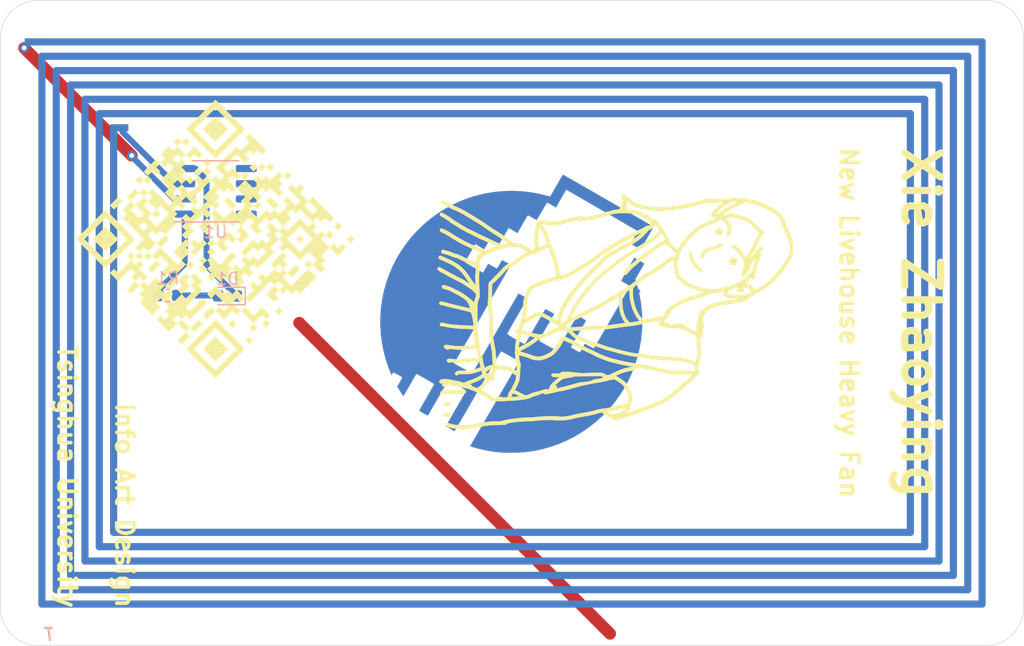
<source format=kicad_pcb>
(kicad_pcb (version 20171130) (host pcbnew "(5.1.9)-1")
  (layers (0 F.Cu signal) (31 B.Cu signal) (34 B.Paste user) (35 F.Paste user) (36 B.SilkS user) (37 F.SilkS user) (38 B.Mask user) (39 F.Mask user) (44 Edge.Cuts user))
  (net 0 "")
  (net 1 "Net-(AE1-Pad2)")
  (net 2 GND)
  (net 3 "Net-(D1-Pad2)")
  (net 4 +3V3)
  (net 5 "Net-(AE1-Pad1)")
  (net 6 "Net-(U1-Pad8)")
  (net 7 "Net-(U1-Pad7)")
  (net 8 "Net-(U1-Pad6)")
  (net 9 "Net-(U1-Pad5)")
  (module Avatars:12谢朝莹 (layer F.Cu) (at 153.3 69.14 270)
    (fp_text reference G*** hide)
    (fp_text value LOGO hide)
  )
  (module Card:FutureInteractionDisconnect (layer B.Cu) (at 142.8 73.01)
    (fp_text reference G*** hide)
    (fp_text value LOGO hide)
    (fp_poly (pts (xy 0.476798 10.843159) (xy 0.984689 10.811521) (xy 1.474558 10.756716) (xy 1.960792 10.677047) (xy 2.457777 10.570817) (xy 2.578206 10.541687) (xy 3.286119 10.341214) (xy 3.97344 10.095386) (xy 4.638474 9.805974) (xy 5.279524 9.474753) (xy 5.894894 9.103496) (xy 6.482888 8.693976) (xy 7.04181 8.247968) (xy 7.569964 7.767244) (xy 8.065655 7.253579) (xy 8.527185 6.708745) (xy 8.952859 6.134517) (xy 9.340981 5.532667) (xy 9.689855 4.90497) (xy 9.997785 4.253199) (xy 10.263075 3.579127) (xy 10.484028 2.884529) (xy 10.658949 2.171177) (xy 10.67963 2.0701) (xy 10.801638 1.330457) (xy 10.873378 0.58695) (xy 10.894846 -0.158117) (xy 10.866035 -0.902439) (xy 10.78694 -1.643714) (xy 10.690058 -2.219732) (xy 10.635958 -2.496365) (xy 10.687195 -2.601827) (xy 10.738433 -2.707288) (xy 10.642725 -2.76237) (xy 10.57361 -2.813266) (xy 10.538395 -2.874747) (xy 10.529264 -2.912089) (xy 10.51508 -2.972243) (xy 10.489173 -3.068151) (xy 10.455095 -3.187118) (xy 10.416403 -3.316451) (xy 10.412243 -3.330031) (xy 10.312976 -3.653336) (xy 10.692223 -4.309184) (xy 11.071471 -4.965031) (xy 10.964985 -5.030828) (xy 10.903142 -5.068253) (xy 10.809179 -5.124154) (xy 10.694928 -5.191533) (xy 10.57222 -5.263392) (xy 10.547784 -5.277639) (xy 10.237069 -5.458652) (xy 10.137689 -5.288376) (xy 9.967675 -4.996343) (xy 9.808924 -4.722203) (xy 9.66303 -4.468783) (xy 9.531585 -4.23891) (xy 9.416183 -4.03541) (xy 9.318418 -3.861108) (xy 9.239884 -3.718833) (xy 9.182173 -3.61141) (xy 9.146879 -3.541665) (xy 9.135596 -3.512425) (xy 9.136046 -3.511716) (xy 9.164063 -3.496979) (xy 9.227852 -3.461062) (xy 9.3194 -3.408548) (xy 9.430696 -3.344018) (xy 9.4996 -3.303792) (xy 9.637811 -3.221258) (xy 9.735593 -3.15862) (xy 9.797636 -3.112437) (xy 9.828633 -3.079266) (xy 9.834027 -3.058465) (xy 9.820177 -3.029499) (xy 9.782837 -2.960241) (xy 9.723931 -2.854025) (xy 9.645384 -2.714183) (xy 9.549119 -2.544049) (xy 9.437062 -2.346956) (xy 9.311138 -2.126238) (xy 9.173271 -1.885229) (xy 9.025385 -1.62726) (xy 8.869405 -1.355667) (xy 8.707256 -1.073782) (xy 8.540863 -0.784938) (xy 8.372149 -0.49247) (xy 8.20304 -0.199709) (xy 8.03546 0.090009) (xy 7.871334 0.373352) (xy 7.712586 0.646987) (xy 7.561141 0.907579) (xy 7.418924 1.151796) (xy 7.287859 1.376305) (xy 7.16987 1.577771) (xy 7.066883 1.752862) (xy 6.980822 1.898244) (xy 6.913611 2.010584) (xy 6.867176 2.086548) (xy 6.84344 2.122803) (xy 6.840974 2.125466) (xy 6.808278 2.117555) (xy 6.738414 2.0862) (xy 6.637449 2.034628) (xy 6.511448 1.966064) (xy 6.36648 1.883737) (xy 6.208612 1.790872) (xy 6.183242 1.77566) (xy 6.105384 1.728857) (xy 5.894063 2.096329) (xy 5.823088 2.218199) (xy 5.760368 2.322976) (xy 5.710386 2.403401) (xy 5.677625 2.452217) (xy 5.667121 2.463723) (xy 5.637825 2.451453) (xy 5.575043 2.418207) (xy 5.487566 2.36919) (xy 5.384183 2.309608) (xy 5.273686 2.244664) (xy 5.164865 2.179564) (xy 5.066509 2.119512) (xy 4.98741 2.069714) (xy 4.936358 2.035373) (xy 4.92158 2.02229) (xy 4.933833 1.99713) (xy 4.969152 1.932263) (xy 5.025133 1.83193) (xy 5.09937 1.700376) (xy 5.189458 1.541844) (xy 5.29299 1.360577) (xy 5.407561 1.160818) (xy 5.530766 0.946812) (xy 5.55997 0.896198) (xy 5.684526 0.680078) (xy 5.80079 0.477699) (xy 5.906391 0.293234) (xy 5.998957 0.130856) (xy 6.076116 -0.00526) (xy 6.135498 -0.110942) (xy 6.17473 -0.182016) (xy 6.191441 -0.214307) (xy 6.191837 -0.215823) (xy 6.169285 -0.229211) (xy 6.111795 -0.262713) (xy 6.028445 -0.311082) (xy 5.928313 -0.369071) (xy 5.820475 -0.43143) (xy 5.714011 -0.492914) (xy 5.617997 -0.548273) (xy 5.541511 -0.592261) (xy 5.493632 -0.61963) (xy 5.483312 -0.625412) (xy 5.468283 -0.605464) (xy 5.430101 -0.545036) (xy 5.370888 -0.447717) (xy 5.292762 -0.317094) (xy 5.197843 -0.156756) (xy 5.088252 0.029711) (xy 4.966108 0.238716) (xy 4.833532 0.466674) (xy 4.692643 0.709995) (xy 4.622009 0.832368) (xy 4.477601 1.082663) (xy 4.340473 1.320067) (xy 4.212756 1.540903) (xy 4.096585 1.741495) (xy 3.994093 1.918167) (xy 3.907414 2.067243) (xy 3.838682 2.185046) (xy 3.790029 2.267902) (xy 3.76359 2.312132) (xy 3.759448 2.318529) (xy 3.735327 2.310133) (xy 3.673365 2.28003) (xy 3.579841 2.231692) (xy 3.461036 2.168593) (xy 3.32323 2.094204) (xy 3.172702 2.011998) (xy 3.015732 1.925448) (xy 2.858599 1.838025) (xy 2.707584 1.753204) (xy 2.568966 1.674455) (xy 2.449025 1.605252) (xy 2.354041 1.549067) (xy 2.290293 1.509373) (xy 2.268843 1.494271) (xy 2.266979 1.47259) (xy 2.284275 1.423159) (xy 2.32229 1.342886) (xy 2.382584 1.228679) (xy 2.466716 1.07745) (xy 2.571794 0.893812) (xy 2.685372 0.697133) (xy 2.81263 0.476767) (xy 2.944466 0.248473) (xy 3.071782 0.028007) (xy 3.185479 -0.168875) (xy 3.215098 -0.220164) (xy 3.525594 -0.757828) (xy 3.167325 -0.963385) (xy 3.0277 -1.042281) (xy 2.925374 -1.096862) (xy 2.854557 -1.129721) (xy 2.809459 -1.14345) (xy 2.784291 -1.140642) (xy 2.779722 -1.13692) (xy 2.762251 -1.109847) (xy 2.721702 -1.042493) (xy 2.660279 -0.938641) (xy 2.580188 -0.802073) (xy 2.483633 -0.63657) (xy 2.372819 -0.445915) (xy 2.249951 -0.233888) (xy 2.117234 -0.004271) (xy 1.976872 0.239154) (xy 1.931765 0.3175) (xy 1.789487 0.564379) (xy 1.654156 0.798552) (xy 1.527975 1.016246) (xy 1.41315 1.21369) (xy 1.311885 1.387112) (xy 1.226383 1.53274) (xy 1.158849 1.646802) (xy 1.111487 1.725526) (xy 1.086501 1.76514) (xy 1.083621 1.768911) (xy 1.054992 1.764093) (xy 0.989356 1.736223) (xy 0.892961 1.688891) (xy 0.772051 1.625688) (xy 0.632874 1.550206) (xy 0.481675 1.466035) (xy 0.324701 1.376766) (xy 0.168198 1.285989) (xy 0.018412 1.197296) (xy -0.118411 1.114277) (xy -0.236023 1.040523) (xy -0.32818 0.979625) (xy -0.388635 0.935174) (xy -0.411141 0.91076) (xy -0.411087 0.909645) (xy -0.397314 0.882444) (xy -0.360221 0.815008) (xy -0.301931 0.711067) (xy -0.22457 0.574353) (xy -0.130263 0.408597) (xy -0.021134 0.217531) (xy 0.100691 0.004887) (xy 0.233087 -0.225605) (xy 0.37393 -0.470213) (xy 0.435504 -0.576974) (xy 0.578763 -0.825951) (xy 0.713878 -1.062143) (xy 0.838786 -1.281859) (xy 0.951428 -1.481408) (xy 1.049742 -1.657099) (xy 1.131668 -1.805241) (xy 1.195145 -1.922143) (xy 1.238112 -2.004114) (xy 1.258508 -2.047464) (xy 1.259813 -2.053333) (xy 1.230636 -2.078021) (xy 1.167549 -2.119077) (xy 1.07968 -2.171534) (xy 0.976157 -2.23043) (xy 0.866109 -2.290799) (xy 0.758664 -2.347679) (xy 0.66295 -2.396104) (xy 0.588097 -2.43111) (xy 0.543232 -2.447734) (xy 0.534867 -2.447568) (xy 0.520172 -2.423431) (xy 0.481517 -2.3577) (xy 0.420304 -2.252797) (xy 0.337934 -2.111144) (xy 0.235808 -1.935163) (xy 0.115329 -1.727276) (xy -0.022102 -1.489904) (xy -0.175083 -1.225471) (xy -0.342214 -0.936399) (xy -0.522091 -0.625108) (xy -0.713315 -0.294021) (xy -0.914482 0.054439) (xy -1.124192 0.417851) (xy -1.341043 0.793792) (xy -1.395948 0.889) (xy -1.614299 1.26758) (xy -1.825822 1.634169) (xy -2.02912 1.986351) (xy -2.222792 2.321708) (xy -2.405442 2.637825) (xy -2.575668 2.932284) (xy -2.732075 3.202668) (xy -2.873262 3.446561) (xy -2.99783 3.661546) (xy -3.104383 3.845206) (xy -3.19152 3.995124) (xy -3.257843 4.108884) (xy -3.301953 4.184069) (xy -3.322453 4.218262) (xy -3.323727 4.220125) (xy -3.347562 4.21091) (xy -3.409249 4.179884) (xy -3.502578 4.13052) (xy -3.62134 4.066293) (xy -3.759327 3.990676) (xy -3.910329 3.907143) (xy -4.068139 3.819169) (xy -4.226546 3.730228) (xy -4.379343 3.643793) (xy -4.520319 3.563339) (xy -4.643268 3.492339) (xy -4.741979 3.434268) (xy -4.810243 3.392599) (xy -4.841853 3.370808) (xy -4.842135 3.370533) (xy -4.838087 3.343162) (xy -4.810259 3.29385) (xy -4.80401 3.284947) (xy -4.780083 3.247421) (xy -4.733048 3.169482) (xy -4.664429 3.053775) (xy -4.575747 2.902948) (xy -4.468526 2.719647) (xy -4.344288 2.506516) (xy -4.204555 2.266204) (xy -4.05085 2.001354) (xy -3.884696 1.714615) (xy -3.707615 1.408631) (xy -3.52113 1.086049) (xy -3.326763 0.749515) (xy -3.126037 0.401675) (xy -2.920474 0.045176) (xy -2.711598 -0.317338) (xy -2.50093 -0.683219) (xy -2.289994 -1.049821) (xy -2.080311 -1.414499) (xy -1.873405 -1.774607) (xy -1.670798 -2.127497) (xy -1.474012 -2.470525) (xy -1.28457 -2.801044) (xy -1.103995 -3.116407) (xy -0.93381 -3.41397) (xy -0.775536 -3.691085) (xy -0.630696 -3.945107) (xy -0.500814 -4.173389) (xy -0.387411 -4.373286) (xy -0.29201 -4.542152) (xy -0.216134 -4.677339) (xy -0.161306 -4.776203) (xy -0.129047 -4.836097) (xy -0.12055 -4.854481) (xy -0.148094 -4.872927) (xy -0.20966 -4.910308) (xy -0.296 -4.96131) (xy -0.397867 -5.020616) (xy -0.506014 -5.08291) (xy -0.611194 -5.142878) (xy -0.70416 -5.195204) (xy -0.775665 -5.234572) (xy -0.816461 -5.255667) (xy -0.822178 -5.2578) (xy -0.838059 -5.236966) (xy -0.874508 -5.179447) (xy -0.926976 -5.092712) (xy -0.990913 -4.984229) (xy -1.032724 -4.912095) (xy -1.102552 -4.79303) (xy -1.165122 -4.690318) (xy -1.215493 -4.611763) (xy -1.248727 -4.565171) (xy -1.258171 -4.55588) (xy -1.288054 -4.564389) (xy -1.35364 -4.59469) (xy -1.446906 -4.642711) (xy -1.559832 -4.70438) (xy -1.637655 -4.748519) (xy -1.990869 -4.951668) (xy -2.149317 -4.679284) (xy -2.217631 -4.562121) (xy -2.283393 -4.449812) (xy -2.338709 -4.355815) (xy -2.373162 -4.297784) (xy -2.438558 -4.188668) (xy -2.546429 -4.262275) (xy -2.597072 -4.294445) (xy -2.684832 -4.3476) (xy -2.80268 -4.417593) (xy -2.943589 -4.500277) (xy -3.100528 -4.591503) (xy -3.2639 -4.68565) (xy -3.424814 -4.778382) (xy -3.572138 -4.864052) (xy -3.699845 -4.939097) (xy -3.80191 -4.999949) (xy -3.872307 -5.043043) (xy -3.90501 -5.064814) (xy -3.905734 -5.065449) (xy -3.910202 -5.082339) (xy -3.901796 -5.116628) (xy -3.878477 -5.17232) (xy -3.838203 -5.25342) (xy -3.778934 -5.363933) (xy -3.698629 -5.507865) (xy -3.595247 -5.68922) (xy -3.531084 -5.800695) (xy -3.432139 -5.972688) (xy -3.341858 -6.130582) (xy -3.263264 -6.269015) (xy -3.19938 -6.382622) (xy -3.153231 -6.466041) (xy -3.127838 -6.513907) (xy -3.123812 -6.523205) (xy -3.111402 -6.557575) (xy -3.100951 -6.57599) (xy -3.080344 -6.590961) (xy -3.043599 -6.583451) (xy -2.980525 -6.550329) (xy -2.942589 -6.52732) (xy -2.749686 -6.408294) (xy -2.597127 -6.315195) (xy -2.482465 -6.246571) (xy -2.403252 -6.200974) (xy -2.357039 -6.176953) (xy -2.343024 -6.1722) (xy -2.324092 -6.193152) (xy -2.285107 -6.251056) (xy -2.230736 -6.338485) (xy -2.165646 -6.448011) (xy -2.120011 -6.527164) (xy -2.050271 -6.647126) (xy -1.987949 -6.749842) (xy -1.937776 -6.827859) (xy -1.904486 -6.873724) (xy -1.894188 -6.882764) (xy -1.865233 -6.870804) (xy -1.800524 -6.837362) (xy -1.708056 -6.786776) (xy -1.595824 -6.723386) (xy -1.520929 -6.6802) (xy -1.401491 -6.611244) (xy -1.297982 -6.552313) (xy -1.218106 -6.507727) (xy -1.169566 -6.481804) (xy -1.158573 -6.477) (xy -1.141528 -6.497567) (xy -1.104805 -6.553403) (xy -1.053996 -6.635708) (xy -1.001138 -6.72465) (xy -0.943078 -6.823665) (xy -0.865712 -6.955218) (xy -0.775624 -7.108136) (xy -0.679395 -7.271248) (xy -0.583609 -7.433381) (xy -0.567759 -7.460184) (xy -0.279207 -7.948068) (xy 0.455887 -7.523734) (xy 0.866825 -8.238617) (xy 0.967402 -8.413009) (xy 1.060911 -8.574047) (xy 1.144103 -8.716219) (xy 1.213727 -8.834015) (xy 1.266536 -8.921926) (xy 1.299281 -8.974441) (xy 1.307807 -8.986519) (xy 1.327383 -8.994683) (xy 1.363309 -8.987875) (xy 1.421643 -8.963388) (xy 1.508445 -8.918513) (xy 1.629772 -8.850544) (xy 1.691276 -8.815157) (xy 1.811773 -8.746037) (xy 1.916721 -8.6869) (xy 1.998341 -8.642044) (xy 2.048855 -8.615768) (xy 2.061268 -8.610688) (xy 2.077453 -8.631871) (xy 2.115688 -8.692012) (xy 2.172874 -8.78593) (xy 2.245914 -8.908443) (xy 2.331708 -9.054371) (xy 2.427158 -9.218533) (xy 2.490374 -9.32815) (xy 2.590527 -9.502048) (xy 2.682946 -9.661936) (xy 2.764507 -9.802454) (xy 2.832086 -9.918243) (xy 2.88256 -10.003945) (xy 2.912803 -10.054199) (xy 2.919983 -10.065158) (xy 2.946486 -10.059565) (xy 3.009077 -10.031782) (xy 3.100194 -9.985601) (xy 3.212271 -9.924811) (xy 3.304985 -9.872229) (xy 3.672914 -9.659841) (xy 4.531862 -11.148983) (xy 4.647181 -11.084657) (xy 4.745495 -11.029327) (xy 4.878742 -10.953582) (xy 5.043824 -10.85922) (xy 5.237643 -10.74804) (xy 5.4571 -10.62184) (xy 5.699097 -10.482418) (xy 5.960536 -10.331574) (xy 6.238318 -10.171106) (xy 6.529346 -10.002811) (xy 6.830521 -9.82849) (xy 7.138744 -9.64994) (xy 7.450919 -9.468959) (xy 7.763945 -9.287347) (xy 8.074726 -9.106902) (xy 8.380163 -8.929423) (xy 8.677157 -8.756707) (xy 8.962611 -8.590554) (xy 9.233426 -8.432762) (xy 9.486504 -8.28513) (xy 9.718747 -8.149456) (xy 9.927056 -8.027539) (xy 10.108334 -7.921176) (xy 10.259481 -7.832168) (xy 10.377401 -7.762312) (xy 10.458993 -7.713406) (xy 10.501161 -7.68725) (xy 10.506485 -7.683316) (xy 10.497286 -7.654357) (xy 10.46572 -7.588192) (xy 10.415246 -7.49136) (xy 10.349323 -7.3704) (xy 10.271409 -7.231851) (xy 10.224413 -7.150028) (xy 10.141958 -7.005108) (xy 10.070332 -6.874558) (xy 10.012842 -6.7648) (xy 9.972795 -6.682257) (xy 9.9535 -6.63335) (xy 9.953021 -6.623018) (xy 9.980019 -6.604656) (xy 10.041235 -6.567003) (xy 10.128288 -6.514927) (xy 10.232797 -6.453294) (xy 10.346382 -6.386968) (xy 10.460661 -6.320818) (xy 10.567255 -6.259708) (xy 10.657782 -6.208505) (xy 10.723862 -6.172076) (xy 10.757113 -6.155285) (xy 10.759427 -6.154793) (xy 10.772426 -6.177069) (xy 10.808159 -6.238814) (xy 10.864001 -6.335479) (xy 10.937327 -6.462514) (xy 11.025512 -6.615372) (xy 11.12593 -6.789503) (xy 11.235957 -6.980358) (xy 11.302268 -7.095411) (xy 11.424496 -7.308908) (xy 11.534096 -7.503137) (xy 11.62898 -7.674229) (xy 11.707058 -7.818311) (xy 11.766244 -7.931512) (xy 11.804449 -8.009962) (xy 11.819584 -8.049789) (xy 11.819201 -8.053758) (xy 11.793341 -8.070444) (xy 11.726342 -8.110703) (xy 11.620964 -8.172945) (xy 11.479967 -8.255581) (xy 11.306114 -8.35702) (xy 11.102164 -8.475674) (xy 10.870878 -8.609951) (xy 10.615018 -8.758263) (xy 10.337343 -8.91902) (xy 10.040614 -9.090632) (xy 9.727593 -9.27151) (xy 9.40104 -9.460063) (xy 9.063716 -9.654702) (xy 8.718381 -9.853837) (xy 8.367797 -10.055878) (xy 8.014724 -10.259236) (xy 7.661922 -10.462322) (xy 7.312153 -10.663544) (xy 6.968178 -10.861314) (xy 6.632756 -11.054042) (xy 6.30865 -11.240138) (xy 5.998619 -11.418012) (xy 5.705424 -11.586075) (xy 5.431827 -11.742737) (xy 5.180587 -11.886409) (xy 4.954466 -12.015499) (xy 4.756225 -12.12842) (xy 4.588623 -12.22358) (xy 4.454423 -12.299391) (xy 4.356384 -12.354262) (xy 4.297268 -12.386604) (xy 4.279741 -12.3952) (xy 4.250856 -12.374613) (xy 4.20655 -12.320076) (xy 4.155381 -12.242424) (xy 4.144306 -12.22375) (xy 4.10714 -12.159655) (xy 4.048542 -12.058342) (xy 3.972437 -11.92661) (xy 3.882752 -11.771259) (xy 3.783412 -11.599088) (xy 3.678343 -11.416897) (xy 3.620006 -11.3157) (xy 3.518863 -11.140318) (xy 3.426042 -10.979555) (xy 3.344523 -10.838554) (xy 3.277283 -10.722459) (xy 3.227302 -10.636417) (xy 3.197559 -10.58557) (xy 3.190352 -10.573648) (xy 3.16546 -10.578053) (xy 3.100997 -10.593975) (xy 3.006248 -10.619014) (xy 2.890498 -10.650768) (xy 2.868982 -10.656778) (xy 2.179465 -10.824098) (xy 1.473229 -10.945348) (xy 0.755268 -11.020388) (xy 0.030576 -11.049075) (xy -0.695852 -11.031266) (xy -1.419022 -10.966818) (xy -2.13394 -10.85559) (xy -2.377149 -10.806469) (xy -3.091019 -10.628093) (xy -3.78564 -10.403717) (xy -4.459279 -10.135027) (xy -5.110204 -9.823706) (xy -5.73668 -9.47144) (xy -6.336975 -9.079914) (xy -6.909355 -8.650813) (xy -7.452089 -8.185823) (xy -7.963441 -7.686626) (xy -8.44168 -7.15491) (xy -8.885073 -6.592358) (xy -9.291885 -6.000657) (xy -9.660384 -5.381489) (xy -9.988838 -4.736542) (xy -10.275512 -4.067499) (xy -10.518674 -3.376045) (xy -10.705417 -2.709609) (xy -10.855206 -1.996713) (xy -10.956265 -1.273971) (xy -11.008864 -0.544935) (xy -11.013276 0.186843) (xy -10.96977 0.917811) (xy -10.878618 1.644416) (xy -10.740092 2.363108) (xy -10.554461 3.070334) (xy -10.321997 3.762541) (xy -10.185078 4.109643) (xy -10.07652 4.371185) (xy -10.014684 4.26232) (xy -9.973392 4.195385) (xy -9.938334 4.148296) (xy -9.926474 4.137155) (xy -9.897913 4.144185) (xy -9.834872 4.172127) (xy -9.746552 4.215965) (xy -9.642155 4.270678) (xy -9.530883 4.331248) (xy -9.421938 4.392656) (xy -9.324521 4.449883) (xy -9.247835 4.497909) (xy -9.201081 4.531717) (xy -9.198038 4.534467) (xy -9.188641 4.552931) (xy -9.192238 4.584273) (xy -9.211619 4.634749) (xy -9.249572 4.710616) (xy -9.30889 4.818128) (xy -9.379424 4.941202) (xy -9.595673 5.315065) (xy -9.542201 5.407083) (xy -9.495868 5.484434) (xy -9.433425 5.585479) (xy -9.362038 5.698978) (xy -9.288871 5.813695) (xy -9.22109 5.918392) (xy -9.16586 6.001832) (xy -9.1313 6.051501) (xy -9.0805 6.119745) (xy -8.560943 5.216605) (xy -8.447866 5.020317) (xy -8.341986 4.837045) (xy -8.246126 4.671634) (xy -8.163107 4.52893) (xy -8.09575 4.41378) (xy -8.046879 4.33103) (xy -8.019314 4.285524) (xy -8.014843 4.27878) (xy -7.999627 4.273543) (xy -7.967701 4.280546) (xy -7.915107 4.30179) (xy -7.837885 4.339275) (xy -7.732077 4.395003) (xy -7.593726 4.470975) (xy -7.418872 4.569192) (xy -7.24535 4.667806) (xy -7.069041 4.768995) (xy -6.907678 4.862832) (xy -6.766374 4.946249) (xy -6.650242 5.016177) (xy -6.564394 5.069546) (xy -6.513942 5.103289) (xy -6.5024 5.113779) (xy -6.514744 5.139551) (xy -6.550146 5.204943) (xy -6.606162 5.305639) (xy -6.68035 5.437321) (xy -6.770267 5.595674) (xy -6.873469 5.776382) (xy -6.987512 5.975129) (xy -7.109955 6.187599) (xy -7.124863 6.213408) (xy -7.248334 6.427429) (xy -7.363912 6.628381) (xy -7.469126 6.811922) (xy -7.561504 6.973712) (xy -7.638573 7.109408) (xy -7.697861 7.214669) (xy -7.736897 7.285154) (xy -7.753209 7.316522) (xy -7.753513 7.317416) (xy -7.734805 7.33856) (xy -7.679116 7.379844) (xy -7.593686 7.436403) (xy -7.485756 7.503373) (xy -7.407105 7.550102) (xy -7.273259 7.627504) (xy -7.176164 7.68116) (xy -7.109295 7.713926) (xy -7.066124 7.728655) (xy -7.040125 7.728203) (xy -7.025798 7.716885) (xy -7.008417 7.68856) (xy -6.967898 7.620001) (xy -6.906444 7.515003) (xy -6.826258 7.377358) (xy -6.729543 7.210863) (xy -6.618502 7.01931) (xy -6.495339 6.806494) (xy -6.362256 6.576208) (xy -6.221456 6.332248) (xy -6.17358 6.249223) (xy -6.030885 6.002351) (xy -5.895079 5.768628) (xy -5.768362 5.551761) (xy -5.652934 5.355458) (xy -5.550995 5.183424) (xy -5.464744 5.039367) (xy -5.396382 4.926994) (xy -5.348109 4.850011) (xy -5.322124 4.812126) (xy -5.31873 4.8088) (xy -5.291092 4.818252) (xy -5.22652 4.849717) (xy -5.131197 4.899669) (xy -5.011306 4.964584) (xy -4.873028 5.040937) (xy -4.722548 5.125203) (xy -4.566048 5.213858) (xy -4.40971 5.303377) (xy -4.259718 5.390236) (xy -4.122254 5.470909) (xy -4.0035 5.541872) (xy -3.90964 5.599601) (xy -3.846857 5.64057) (xy -3.821332 5.661255) (xy -3.821163 5.662539) (xy -3.834986 5.686479) (xy -3.872027 5.750678) (xy -3.930125 5.851386) (xy -4.007118 5.984856) (xy -4.100845 6.147341) (xy -4.209143 6.335093) (xy -4.329851 6.544364) (xy -4.460806 6.771406) (xy -4.599848 7.012472) (xy -4.635278 7.0739) (xy -4.777342 7.320144) (xy -4.912933 7.555043) (xy -5.039747 7.774611) (xy -5.155478 7.974864) (xy -5.257823 8.151818) (xy -5.344476 8.301489) (xy -5.413132 8.419891) (xy -5.461488 8.503041) (xy -5.487237 8.546954) (xy -5.489459 8.550657) (xy -5.537891 8.630414) (xy -5.183336 8.836407) (xy -5.062378 8.905981) (xy -4.95657 8.965514) (xy -4.873764 9.010693) (xy -4.821815 9.037205) (xy -4.808341 9.042384) (xy -4.793541 9.02077) (xy -4.754785 8.957527) (xy -4.693468 8.855046) (xy -4.610985 8.715719) (xy -4.508733 8.54194) (xy -4.388107 8.3361) (xy -4.250502 8.100592) (xy -4.097313 7.837807) (xy -3.929938 7.550139) (xy -3.74977 7.239978) (xy -3.558205 6.909718) (xy -3.35664 6.56175) (xy -3.146469 6.198467) (xy -2.929089 5.822261) (xy -2.859819 5.702284) (xy -2.640444 5.322512) (xy -2.427811 4.954916) (xy -2.223316 4.601889) (xy -2.028357 4.265822) (xy -1.844333 3.949108) (xy -1.67264 3.65414) (xy -1.514676 3.38331) (xy -1.371838 3.139011) (xy -1.245525 2.923634) (xy -1.137133 2.739574) (xy -1.048061 2.589221) (xy -0.979706 2.474969) (xy -0.933465 2.39921) (xy -0.910737 2.364336) (xy -0.908677 2.3622) (xy -0.883983 2.374197) (xy -0.821417 2.407837) (xy -0.727235 2.459595) (xy -0.607691 2.525945) (xy -0.469041 2.603361) (xy -0.317539 2.688318) (xy -0.159441 2.77729) (xy -0.001002 2.866752) (xy 0.151523 2.953178) (xy 0.291879 3.033042) (xy 0.413811 3.102819) (xy 0.511064 3.158982) (xy 0.577382 3.198008) (xy 0.605815 3.21583) (xy 0.597824 3.238062) (xy 0.567109 3.28585) (xy 0.55202 3.306682) (xy 0.533848 3.33594) (xy 0.491753 3.406662) (xy 0.427202 3.516313) (xy 0.341664 3.662358) (xy 0.236609 3.842263) (xy 0.113506 4.053493) (xy -0.026177 4.293515) (xy -0.180972 4.559792) (xy -0.349408 4.849792) (xy -0.530017 5.160979) (xy -0.72133 5.490818) (xy -0.921879 5.836776) (xy -1.130194 6.196318) (xy -1.344806 6.566908) (xy -1.564248 6.946013) (xy -1.787048 7.331099) (xy -2.01174 7.71963) (xy -2.236854 8.109072) (xy -2.46092 8.49689) (xy -2.682471 8.880551) (xy -2.900037 9.257518) (xy -3.112149 9.625259) (xy -3.317339 9.981238) (xy -3.496308 10.291954) (xy -3.479985 10.309903) (xy -3.420145 10.336587) (xy -3.323004 10.370372) (xy -3.194775 10.409626) (xy -3.041674 10.452715) (xy -2.869914 10.498006) (xy -2.685711 10.543866) (xy -2.495278 10.588661) (xy -2.30483 10.63076) (xy -2.120582 10.668528) (xy -1.948748 10.700332) (xy -1.9304 10.703476) (xy -1.598835 10.755753) (xy -1.288473 10.795474) (xy -0.984184 10.823852) (xy -0.670839 10.842104) (xy -0.333305 10.851442) (xy -0.0635 10.853328) (xy 0.476798 10.843159)) (layer B.Cu) (width 0.01))
  )
  (module Card:interact.cool (layer F.Cu) (at 118 66 45)
    (fp_text reference QR hide)
    (fp_text value https://interact.cool/ hide)
  )
  (module Card:NFC-Antenna_6_79.24x47.62_0.6x0.6mm (layer B.Cu) (at 142.8 73.01)
    (fp_text reference AE1 hide)
    (fp_text value Antenna_Loop)
    (fp_line (start -39.32 -23.51) (end 39.32 -23.51) (layer B.Cu) (width 0.6))
    (fp_line (start 39.32 -23.51) (end 39.32 23.51) (layer B.Cu) (width 0.6))
    (fp_line (start 39.32 23.51) (end -39.32 23.51) (layer B.Cu) (width 0.6))
    (fp_line (start -39.32 23.51) (end -39.32 -22.31) (layer B.Cu) (width 0.6))
    (fp_line (start -39.32 -22.31) (end 38.12 -22.31) (layer B.Cu) (width 0.6))
    (fp_line (start 38.12 -22.31) (end 38.12 22.31) (layer B.Cu) (width 0.6))
    (fp_line (start 38.12 22.31) (end -38.12 22.31) (layer B.Cu) (width 0.6))
    (fp_line (start -38.12 22.31) (end -38.12 -21.11) (layer B.Cu) (width 0.6))
    (fp_line (start -38.12 -21.11) (end 36.92 -21.11) (layer B.Cu) (width 0.6))
    (fp_line (start 36.92 -21.11) (end 36.92 21.11) (layer B.Cu) (width 0.6))
    (fp_line (start 36.92 21.11) (end -36.92 21.11) (layer B.Cu) (width 0.6))
    (fp_line (start -36.92 21.11) (end -36.92 -19.91) (layer B.Cu) (width 0.6))
    (fp_line (start -36.92 -19.91) (end 35.72 -19.91) (layer B.Cu) (width 0.6))
    (fp_line (start 35.72 -19.91) (end 35.72 19.91) (layer B.Cu) (width 0.6))
    (fp_line (start 35.72 19.91) (end -35.72 19.91) (layer B.Cu) (width 0.6))
    (fp_line (start -35.72 19.91) (end -35.72 -18.71) (layer B.Cu) (width 0.6))
    (fp_line (start -35.72 -18.71) (end 34.52 -18.71) (layer B.Cu) (width 0.6))
    (fp_line (start 34.52 -18.71) (end 34.52 18.71) (layer B.Cu) (width 0.6))
    (fp_line (start 34.52 18.71) (end -34.52 18.71) (layer B.Cu) (width 0.6))
    (fp_line (start -34.52 18.71) (end -34.52 -17.51) (layer B.Cu) (width 0.6))
    (fp_line (start -34.52 -17.51) (end 33.32 -17.51) (layer B.Cu) (width 0.6))
    (fp_line (start 33.32 -17.51) (end 33.32 17.51) (layer B.Cu) (width 0.6))
    (fp_line (start 33.32 17.51) (end -33.32 17.51) (layer B.Cu) (width 0.6))
    (fp_line (start -33.32 17.51) (end -33.32 -16.31) (layer B.Cu) (width 0.6))
    (pad 2 smd rect (at -40 -23.51) (size 1.524 0.6) (layers B.Cu) (net 1 "Net-(AE1-Pad2)"))
    (pad 1 smd rect (at -32.85 -16.325) (size 1.524 0.6) (layers B.Cu) (net 5 "Net-(AE1-Pad1)"))
  )
  (module Package_SO:SO-8_3.9x4.9mm_P1.27mm (layer B.Cu) (at 118 62)
    (fp_text reference U1 (at 0 3.4) (layer B.SilkS) (effects (justify mirror)))
    (fp_text value M24LR04E-R)
    (pad 8 smd roundrect (at 2.575 1.905) (size 1.75 0.6) (layers B.Cu B.Paste B.Mask) (net 6 "Net-(U1-Pad8)"))
    (pad 7 smd roundrect (at 2.575 0.635) (size 1.75 0.6) (layers B.Cu B.Paste B.Mask) (net 7 "Net-(U1-Pad7)"))
    (pad 6 smd roundrect (at 2.575 -0.635) (size 1.75 0.6) (layers B.Cu B.Paste B.Mask) (net 8 "Net-(U1-Pad6)"))
    (pad 5 smd roundrect (at 2.575 -1.905) (size 1.75 0.6) (layers B.Cu B.Paste B.Mask) (net 9 "Net-(U1-Pad5)"))
    (pad 4 smd roundrect (at -2.575 -1.905) (size 1.75 0.6) (layers B.Cu B.Paste B.Mask) (net 2 GND))
    (pad 3 smd roundrect (at -2.575 -0.635) (size 1.75 0.6) (layers B.Cu B.Paste B.Mask) (net 5 "Net-(AE1-Pad1)"))
    (pad 2 smd roundrect (at -2.575 0.635) (size 1.75 0.6) (layers B.Cu B.Paste B.Mask) (net 1 "Net-(AE1-Pad2)"))
    (pad 1 smd roundrect (at -2.575 1.905) (size 1.75 0.6) (layers B.Cu B.Paste B.Mask) (net 4 +3V3))
  )
  (module Resistor_SMD:R_0603_1608Metric (layer B.Cu) (at 114 70.71 180)
    (fp_text reference R1 (at 0 1.43) (layer B.SilkS) (effects (justify mirror)))
    (fp_text value R)
    (pad 2 smd roundrect (at 0.7875 0 180) (size 0.875 0.95) (layers B.Cu B.Paste B.Mask) (net 4 +3V3))
    (pad 1 smd roundrect (at -0.7875 0 180) (size 0.875 0.95) (layers B.Cu B.Paste B.Mask) (net 3 "Net-(D1-Pad2)"))
  )
  (module LED_SMD:LED_0603_1608Metric (layer B.Cu) (at 119 70.75 180)
    (fp_text reference D1 (at 0 1.43) (layer B.SilkS) (effects (justify mirror)))
    (fp_text value LED)
    (pad 2 smd roundrect (at 0.7875 0 180) (size 0.875 0.95) (layers B.Cu B.Paste B.Mask) (net 3 "Net-(D1-Pad2)"))
    (pad 1 smd roundrect (at -0.7875 0 180) (size 0.875 0.95) (layers B.Cu B.Paste B.Mask) (net 2 GND))
  )
  (gr_text T (at 104.14 99.06) (layer B.SilkS) (effects (font (size 1 1) (thickness 0.2) italic) (justify mirror)))
  (gr_text "Info Art Design\n\nTsinghua University" (at 108 97 270) (layer F.SilkS) (effects (font (size 1.5 1.5) (thickness 0.3)) (justify right)))
  (gr_text "New Livehouse Heavy Fan" (at 171 73 -90) (layer F.SilkS) (effects (font (size 1.5 1.5) (thickness 0.3))))
  (gr_text "Xie Zhaoying" (at 177 73 -90) (layer F.SilkS) (effects (font (size 3 3) (thickness 0.6))))
  (gr_line (start 103.18 100) (end 182.42 100) (layer Edge.Cuts) (width 0.05))
  (gr_line (start 185.6 49.2) (end 185.6 96.82) (layer Edge.Cuts) (width 0.05))
  (gr_line (start 100 49.2) (end 100 96.82) (layer Edge.Cuts) (width 0.05))
  (gr_line (start 103.18 46.02) (end 182.42 46.02) (layer Edge.Cuts) (width 0.05))
  (gr_arc (start 103.18 49.2) (end 103.18 46.02) (angle -90) (layer Edge.Cuts) (width 0.05))
  (gr_arc (start 182.42 49.2) (end 185.6 49.2) (angle -90) (layer Edge.Cuts) (width 0.05))
  (gr_arc (start 103.18 96.82) (end 100 96.82) (angle -90) (layer Edge.Cuts) (width 0.05))
  (gr_arc (start 182.42 96.82) (end 182.42 100) (angle -90) (layer Edge.Cuts) (width 0.05))
  (segment (start 125 73) (end 151 99) (width 1) (layer F.Cu) (net 0))
  (via (at 110.991459 59.008541) (size 0.8) (drill 0.4) (layers F.Cu B.Cu) (net 1))
  (segment (start 110.991459 59.076459) (end 110.991459 59.008541) (width 0.5) (layer B.Cu) (net 1))
  (segment (start 115.425 62.635) (end 114.55 62.635) (width 0.5) (layer B.Cu) (net 1))
  (segment (start 114.55 62.635) (end 110.991459 59.076459) (width 0.5) (layer B.Cu) (net 1))
  (via (at 102 50) (size 0.8) (drill 0.4) (layers F.Cu B.Cu) (net 1))
  (segment (start 110.991459 59.008541) (end 102 50.017082) (width 1) (layer F.Cu) (net 1))
  (segment (start 102 50.017082) (end 102 50) (width 0.5) (layer F.Cu) (net 1))
  (segment (start 102.5 49.5) (end 102.72999 49.5) (width 0.5) (layer B.Cu) (net 1))
  (segment (start 102 50) (end 102.5 49.5) (width 0.5) (layer B.Cu) (net 1))
  (segment (start 116.3 60.095) (end 117.25 61.045) (width 0.5) (layer B.Cu) (net 2))
  (segment (start 115.425 60.095) (end 116.3 60.095) (width 0.5) (layer B.Cu) (net 2))
  (segment (start 117.25 68.2125) (end 119.7875 70.75) (width 0.5) (layer B.Cu) (net 2))
  (segment (start 117.25 61.045) (end 117.25 68.2125) (width 0.5) (layer B.Cu) (net 2))
  (segment (start 118.1725 70.71) (end 118.2125 70.75) (width 0.5) (layer B.Cu) (net 3))
  (segment (start 114.7875 70.71) (end 118.1725 70.71) (width 0.5) (layer B.Cu) (net 3))
  (segment (start 115.425 63.905) (end 115.425 68.075) (width 0.5) (layer B.Cu) (net 4))
  (segment (start 113.2125 70.2875) (end 113.2125 70.71) (width 0.5) (layer B.Cu) (net 4))
  (segment (start 115.425 68.075) (end 113.2125 70.2875) (width 0.5) (layer B.Cu) (net 4))
  (segment (start 110.23001 57.04501) (end 110.23001 56.685) (width 0.5) (layer B.Cu) (net 5))
  (segment (start 115.425 61.365) (end 114.55 61.365) (width 0.5) (layer B.Cu) (net 5))
  (segment (start 114.55 61.365) (end 110.23001 57.04501) (width 0.5) (layer B.Cu) (net 5))
)
</source>
